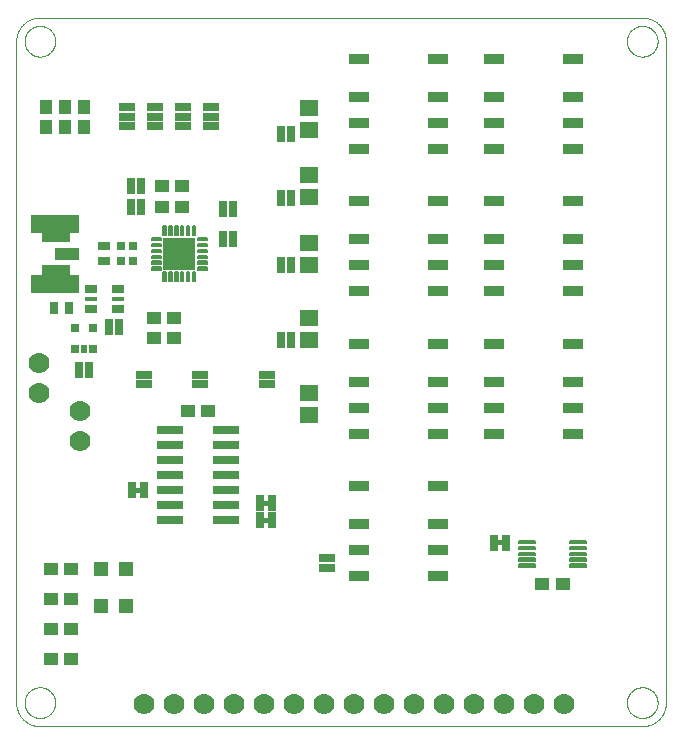
<source format=gts>
G75*
%MOIN*%
%OFA0B0*%
%FSLAX25Y25*%
%IPPOS*%
%LPD*%
%AMOC8*
5,1,8,0,0,1.08239X$1,22.5*
%
%ADD10C,0.00001*%
%ADD11R,0.04731X0.04337*%
%ADD12R,0.03943X0.03156*%
%ADD13C,0.00655*%
%ADD14R,0.10636X0.10636*%
%ADD15R,0.05400X0.02900*%
%ADD16R,0.02900X0.05400*%
%ADD17R,0.02762X0.02762*%
%ADD18R,0.16400X0.06400*%
%ADD19R,0.08400X0.04400*%
%ADD20R,0.09200X0.03600*%
%ADD21R,0.07100X0.03400*%
%ADD22R,0.06306X0.05518*%
%ADD23C,0.00676*%
%ADD24R,0.09000X0.02600*%
%ADD25C,0.00500*%
%ADD26R,0.04337X0.04731*%
%ADD27C,0.07000*%
%ADD28R,0.05124X0.05124*%
%ADD29R,0.04337X0.01581*%
%ADD30R,0.04337X0.02762*%
%ADD31R,0.01975X0.02762*%
%ADD32R,0.03156X0.03943*%
D10*
X0105675Y0063549D02*
X0105675Y0284021D01*
X0108431Y0284021D02*
X0108433Y0284164D01*
X0108439Y0284307D01*
X0108449Y0284449D01*
X0108463Y0284591D01*
X0108481Y0284733D01*
X0108503Y0284875D01*
X0108528Y0285015D01*
X0108558Y0285155D01*
X0108592Y0285294D01*
X0108629Y0285432D01*
X0108671Y0285569D01*
X0108716Y0285704D01*
X0108765Y0285838D01*
X0108817Y0285971D01*
X0108873Y0286103D01*
X0108933Y0286232D01*
X0108997Y0286360D01*
X0109064Y0286487D01*
X0109135Y0286611D01*
X0109209Y0286733D01*
X0109286Y0286853D01*
X0109367Y0286971D01*
X0109451Y0287087D01*
X0109538Y0287200D01*
X0109628Y0287311D01*
X0109722Y0287419D01*
X0109818Y0287525D01*
X0109917Y0287627D01*
X0110020Y0287727D01*
X0110124Y0287824D01*
X0110232Y0287919D01*
X0110342Y0288010D01*
X0110455Y0288098D01*
X0110570Y0288182D01*
X0110687Y0288264D01*
X0110807Y0288342D01*
X0110928Y0288417D01*
X0111052Y0288489D01*
X0111178Y0288557D01*
X0111305Y0288621D01*
X0111435Y0288682D01*
X0111566Y0288739D01*
X0111698Y0288793D01*
X0111832Y0288842D01*
X0111967Y0288889D01*
X0112104Y0288931D01*
X0112242Y0288969D01*
X0112380Y0289004D01*
X0112520Y0289034D01*
X0112660Y0289061D01*
X0112801Y0289084D01*
X0112943Y0289103D01*
X0113085Y0289118D01*
X0113228Y0289129D01*
X0113370Y0289136D01*
X0113513Y0289139D01*
X0113656Y0289138D01*
X0113799Y0289133D01*
X0113942Y0289124D01*
X0114084Y0289111D01*
X0114226Y0289094D01*
X0114367Y0289073D01*
X0114508Y0289048D01*
X0114648Y0289020D01*
X0114787Y0288987D01*
X0114925Y0288950D01*
X0115062Y0288910D01*
X0115198Y0288866D01*
X0115333Y0288818D01*
X0115466Y0288766D01*
X0115598Y0288711D01*
X0115728Y0288652D01*
X0115857Y0288589D01*
X0115983Y0288523D01*
X0116108Y0288453D01*
X0116231Y0288380D01*
X0116351Y0288304D01*
X0116470Y0288224D01*
X0116586Y0288140D01*
X0116700Y0288054D01*
X0116811Y0287964D01*
X0116920Y0287872D01*
X0117026Y0287776D01*
X0117130Y0287678D01*
X0117231Y0287576D01*
X0117328Y0287472D01*
X0117423Y0287365D01*
X0117515Y0287256D01*
X0117604Y0287144D01*
X0117690Y0287029D01*
X0117772Y0286913D01*
X0117851Y0286793D01*
X0117927Y0286672D01*
X0117999Y0286549D01*
X0118068Y0286424D01*
X0118133Y0286297D01*
X0118195Y0286168D01*
X0118253Y0286037D01*
X0118308Y0285905D01*
X0118358Y0285771D01*
X0118405Y0285636D01*
X0118449Y0285500D01*
X0118488Y0285363D01*
X0118523Y0285224D01*
X0118555Y0285085D01*
X0118583Y0284945D01*
X0118607Y0284804D01*
X0118627Y0284662D01*
X0118643Y0284520D01*
X0118655Y0284378D01*
X0118663Y0284235D01*
X0118667Y0284092D01*
X0118667Y0283950D01*
X0118663Y0283807D01*
X0118655Y0283664D01*
X0118643Y0283522D01*
X0118627Y0283380D01*
X0118607Y0283238D01*
X0118583Y0283097D01*
X0118555Y0282957D01*
X0118523Y0282818D01*
X0118488Y0282679D01*
X0118449Y0282542D01*
X0118405Y0282406D01*
X0118358Y0282271D01*
X0118308Y0282137D01*
X0118253Y0282005D01*
X0118195Y0281874D01*
X0118133Y0281745D01*
X0118068Y0281618D01*
X0117999Y0281493D01*
X0117927Y0281370D01*
X0117851Y0281249D01*
X0117772Y0281129D01*
X0117690Y0281013D01*
X0117604Y0280898D01*
X0117515Y0280786D01*
X0117423Y0280677D01*
X0117328Y0280570D01*
X0117231Y0280466D01*
X0117130Y0280364D01*
X0117026Y0280266D01*
X0116920Y0280170D01*
X0116811Y0280078D01*
X0116700Y0279988D01*
X0116586Y0279902D01*
X0116470Y0279818D01*
X0116351Y0279738D01*
X0116231Y0279662D01*
X0116108Y0279589D01*
X0115983Y0279519D01*
X0115857Y0279453D01*
X0115728Y0279390D01*
X0115598Y0279331D01*
X0115466Y0279276D01*
X0115333Y0279224D01*
X0115198Y0279176D01*
X0115062Y0279132D01*
X0114925Y0279092D01*
X0114787Y0279055D01*
X0114648Y0279022D01*
X0114508Y0278994D01*
X0114367Y0278969D01*
X0114226Y0278948D01*
X0114084Y0278931D01*
X0113942Y0278918D01*
X0113799Y0278909D01*
X0113656Y0278904D01*
X0113513Y0278903D01*
X0113370Y0278906D01*
X0113228Y0278913D01*
X0113085Y0278924D01*
X0112943Y0278939D01*
X0112801Y0278958D01*
X0112660Y0278981D01*
X0112520Y0279008D01*
X0112380Y0279038D01*
X0112242Y0279073D01*
X0112104Y0279111D01*
X0111967Y0279153D01*
X0111832Y0279200D01*
X0111698Y0279249D01*
X0111566Y0279303D01*
X0111435Y0279360D01*
X0111305Y0279421D01*
X0111178Y0279485D01*
X0111052Y0279553D01*
X0110928Y0279625D01*
X0110807Y0279700D01*
X0110687Y0279778D01*
X0110570Y0279860D01*
X0110455Y0279944D01*
X0110342Y0280032D01*
X0110232Y0280123D01*
X0110124Y0280218D01*
X0110020Y0280315D01*
X0109917Y0280415D01*
X0109818Y0280517D01*
X0109722Y0280623D01*
X0109628Y0280731D01*
X0109538Y0280842D01*
X0109451Y0280955D01*
X0109367Y0281071D01*
X0109286Y0281189D01*
X0109209Y0281309D01*
X0109135Y0281431D01*
X0109064Y0281555D01*
X0108997Y0281682D01*
X0108933Y0281810D01*
X0108873Y0281939D01*
X0108817Y0282071D01*
X0108765Y0282204D01*
X0108716Y0282338D01*
X0108671Y0282473D01*
X0108629Y0282610D01*
X0108592Y0282748D01*
X0108558Y0282887D01*
X0108528Y0283027D01*
X0108503Y0283167D01*
X0108481Y0283309D01*
X0108463Y0283451D01*
X0108449Y0283593D01*
X0108439Y0283735D01*
X0108433Y0283878D01*
X0108431Y0284021D01*
X0105675Y0284021D02*
X0105677Y0284211D01*
X0105684Y0284401D01*
X0105696Y0284591D01*
X0105712Y0284781D01*
X0105732Y0284970D01*
X0105758Y0285159D01*
X0105787Y0285347D01*
X0105822Y0285534D01*
X0105861Y0285720D01*
X0105904Y0285905D01*
X0105952Y0286090D01*
X0106004Y0286273D01*
X0106060Y0286454D01*
X0106121Y0286634D01*
X0106187Y0286813D01*
X0106256Y0286990D01*
X0106330Y0287166D01*
X0106408Y0287339D01*
X0106491Y0287511D01*
X0106577Y0287680D01*
X0106667Y0287848D01*
X0106762Y0288013D01*
X0106860Y0288176D01*
X0106963Y0288336D01*
X0107069Y0288494D01*
X0107179Y0288649D01*
X0107292Y0288802D01*
X0107410Y0288952D01*
X0107531Y0289098D01*
X0107655Y0289242D01*
X0107783Y0289383D01*
X0107914Y0289521D01*
X0108049Y0289656D01*
X0108187Y0289787D01*
X0108328Y0289915D01*
X0108472Y0290039D01*
X0108618Y0290160D01*
X0108768Y0290278D01*
X0108921Y0290391D01*
X0109076Y0290501D01*
X0109234Y0290607D01*
X0109394Y0290710D01*
X0109557Y0290808D01*
X0109722Y0290903D01*
X0109890Y0290993D01*
X0110059Y0291079D01*
X0110231Y0291162D01*
X0110404Y0291240D01*
X0110580Y0291314D01*
X0110757Y0291383D01*
X0110936Y0291449D01*
X0111116Y0291510D01*
X0111297Y0291566D01*
X0111480Y0291618D01*
X0111665Y0291666D01*
X0111850Y0291709D01*
X0112036Y0291748D01*
X0112223Y0291783D01*
X0112411Y0291812D01*
X0112600Y0291838D01*
X0112789Y0291858D01*
X0112979Y0291874D01*
X0113169Y0291886D01*
X0113359Y0291893D01*
X0113549Y0291895D01*
X0314336Y0291895D01*
X0309218Y0284021D02*
X0309220Y0284164D01*
X0309226Y0284307D01*
X0309236Y0284449D01*
X0309250Y0284591D01*
X0309268Y0284733D01*
X0309290Y0284875D01*
X0309315Y0285015D01*
X0309345Y0285155D01*
X0309379Y0285294D01*
X0309416Y0285432D01*
X0309458Y0285569D01*
X0309503Y0285704D01*
X0309552Y0285838D01*
X0309604Y0285971D01*
X0309660Y0286103D01*
X0309720Y0286232D01*
X0309784Y0286360D01*
X0309851Y0286487D01*
X0309922Y0286611D01*
X0309996Y0286733D01*
X0310073Y0286853D01*
X0310154Y0286971D01*
X0310238Y0287087D01*
X0310325Y0287200D01*
X0310415Y0287311D01*
X0310509Y0287419D01*
X0310605Y0287525D01*
X0310704Y0287627D01*
X0310807Y0287727D01*
X0310911Y0287824D01*
X0311019Y0287919D01*
X0311129Y0288010D01*
X0311242Y0288098D01*
X0311357Y0288182D01*
X0311474Y0288264D01*
X0311594Y0288342D01*
X0311715Y0288417D01*
X0311839Y0288489D01*
X0311965Y0288557D01*
X0312092Y0288621D01*
X0312222Y0288682D01*
X0312353Y0288739D01*
X0312485Y0288793D01*
X0312619Y0288842D01*
X0312754Y0288889D01*
X0312891Y0288931D01*
X0313029Y0288969D01*
X0313167Y0289004D01*
X0313307Y0289034D01*
X0313447Y0289061D01*
X0313588Y0289084D01*
X0313730Y0289103D01*
X0313872Y0289118D01*
X0314015Y0289129D01*
X0314157Y0289136D01*
X0314300Y0289139D01*
X0314443Y0289138D01*
X0314586Y0289133D01*
X0314729Y0289124D01*
X0314871Y0289111D01*
X0315013Y0289094D01*
X0315154Y0289073D01*
X0315295Y0289048D01*
X0315435Y0289020D01*
X0315574Y0288987D01*
X0315712Y0288950D01*
X0315849Y0288910D01*
X0315985Y0288866D01*
X0316120Y0288818D01*
X0316253Y0288766D01*
X0316385Y0288711D01*
X0316515Y0288652D01*
X0316644Y0288589D01*
X0316770Y0288523D01*
X0316895Y0288453D01*
X0317018Y0288380D01*
X0317138Y0288304D01*
X0317257Y0288224D01*
X0317373Y0288140D01*
X0317487Y0288054D01*
X0317598Y0287964D01*
X0317707Y0287872D01*
X0317813Y0287776D01*
X0317917Y0287678D01*
X0318018Y0287576D01*
X0318115Y0287472D01*
X0318210Y0287365D01*
X0318302Y0287256D01*
X0318391Y0287144D01*
X0318477Y0287029D01*
X0318559Y0286913D01*
X0318638Y0286793D01*
X0318714Y0286672D01*
X0318786Y0286549D01*
X0318855Y0286424D01*
X0318920Y0286297D01*
X0318982Y0286168D01*
X0319040Y0286037D01*
X0319095Y0285905D01*
X0319145Y0285771D01*
X0319192Y0285636D01*
X0319236Y0285500D01*
X0319275Y0285363D01*
X0319310Y0285224D01*
X0319342Y0285085D01*
X0319370Y0284945D01*
X0319394Y0284804D01*
X0319414Y0284662D01*
X0319430Y0284520D01*
X0319442Y0284378D01*
X0319450Y0284235D01*
X0319454Y0284092D01*
X0319454Y0283950D01*
X0319450Y0283807D01*
X0319442Y0283664D01*
X0319430Y0283522D01*
X0319414Y0283380D01*
X0319394Y0283238D01*
X0319370Y0283097D01*
X0319342Y0282957D01*
X0319310Y0282818D01*
X0319275Y0282679D01*
X0319236Y0282542D01*
X0319192Y0282406D01*
X0319145Y0282271D01*
X0319095Y0282137D01*
X0319040Y0282005D01*
X0318982Y0281874D01*
X0318920Y0281745D01*
X0318855Y0281618D01*
X0318786Y0281493D01*
X0318714Y0281370D01*
X0318638Y0281249D01*
X0318559Y0281129D01*
X0318477Y0281013D01*
X0318391Y0280898D01*
X0318302Y0280786D01*
X0318210Y0280677D01*
X0318115Y0280570D01*
X0318018Y0280466D01*
X0317917Y0280364D01*
X0317813Y0280266D01*
X0317707Y0280170D01*
X0317598Y0280078D01*
X0317487Y0279988D01*
X0317373Y0279902D01*
X0317257Y0279818D01*
X0317138Y0279738D01*
X0317018Y0279662D01*
X0316895Y0279589D01*
X0316770Y0279519D01*
X0316644Y0279453D01*
X0316515Y0279390D01*
X0316385Y0279331D01*
X0316253Y0279276D01*
X0316120Y0279224D01*
X0315985Y0279176D01*
X0315849Y0279132D01*
X0315712Y0279092D01*
X0315574Y0279055D01*
X0315435Y0279022D01*
X0315295Y0278994D01*
X0315154Y0278969D01*
X0315013Y0278948D01*
X0314871Y0278931D01*
X0314729Y0278918D01*
X0314586Y0278909D01*
X0314443Y0278904D01*
X0314300Y0278903D01*
X0314157Y0278906D01*
X0314015Y0278913D01*
X0313872Y0278924D01*
X0313730Y0278939D01*
X0313588Y0278958D01*
X0313447Y0278981D01*
X0313307Y0279008D01*
X0313167Y0279038D01*
X0313029Y0279073D01*
X0312891Y0279111D01*
X0312754Y0279153D01*
X0312619Y0279200D01*
X0312485Y0279249D01*
X0312353Y0279303D01*
X0312222Y0279360D01*
X0312092Y0279421D01*
X0311965Y0279485D01*
X0311839Y0279553D01*
X0311715Y0279625D01*
X0311594Y0279700D01*
X0311474Y0279778D01*
X0311357Y0279860D01*
X0311242Y0279944D01*
X0311129Y0280032D01*
X0311019Y0280123D01*
X0310911Y0280218D01*
X0310807Y0280315D01*
X0310704Y0280415D01*
X0310605Y0280517D01*
X0310509Y0280623D01*
X0310415Y0280731D01*
X0310325Y0280842D01*
X0310238Y0280955D01*
X0310154Y0281071D01*
X0310073Y0281189D01*
X0309996Y0281309D01*
X0309922Y0281431D01*
X0309851Y0281555D01*
X0309784Y0281682D01*
X0309720Y0281810D01*
X0309660Y0281939D01*
X0309604Y0282071D01*
X0309552Y0282204D01*
X0309503Y0282338D01*
X0309458Y0282473D01*
X0309416Y0282610D01*
X0309379Y0282748D01*
X0309345Y0282887D01*
X0309315Y0283027D01*
X0309290Y0283167D01*
X0309268Y0283309D01*
X0309250Y0283451D01*
X0309236Y0283593D01*
X0309226Y0283735D01*
X0309220Y0283878D01*
X0309218Y0284021D01*
X0314336Y0291895D02*
X0314526Y0291893D01*
X0314716Y0291886D01*
X0314906Y0291874D01*
X0315096Y0291858D01*
X0315285Y0291838D01*
X0315474Y0291812D01*
X0315662Y0291783D01*
X0315849Y0291748D01*
X0316035Y0291709D01*
X0316220Y0291666D01*
X0316405Y0291618D01*
X0316588Y0291566D01*
X0316769Y0291510D01*
X0316949Y0291449D01*
X0317128Y0291383D01*
X0317305Y0291314D01*
X0317481Y0291240D01*
X0317654Y0291162D01*
X0317826Y0291079D01*
X0317995Y0290993D01*
X0318163Y0290903D01*
X0318328Y0290808D01*
X0318491Y0290710D01*
X0318651Y0290607D01*
X0318809Y0290501D01*
X0318964Y0290391D01*
X0319117Y0290278D01*
X0319267Y0290160D01*
X0319413Y0290039D01*
X0319557Y0289915D01*
X0319698Y0289787D01*
X0319836Y0289656D01*
X0319971Y0289521D01*
X0320102Y0289383D01*
X0320230Y0289242D01*
X0320354Y0289098D01*
X0320475Y0288952D01*
X0320593Y0288802D01*
X0320706Y0288649D01*
X0320816Y0288494D01*
X0320922Y0288336D01*
X0321025Y0288176D01*
X0321123Y0288013D01*
X0321218Y0287848D01*
X0321308Y0287680D01*
X0321394Y0287511D01*
X0321477Y0287339D01*
X0321555Y0287166D01*
X0321629Y0286990D01*
X0321698Y0286813D01*
X0321764Y0286634D01*
X0321825Y0286454D01*
X0321881Y0286273D01*
X0321933Y0286090D01*
X0321981Y0285905D01*
X0322024Y0285720D01*
X0322063Y0285534D01*
X0322098Y0285347D01*
X0322127Y0285159D01*
X0322153Y0284970D01*
X0322173Y0284781D01*
X0322189Y0284591D01*
X0322201Y0284401D01*
X0322208Y0284211D01*
X0322210Y0284021D01*
X0322210Y0063549D01*
X0309218Y0063549D02*
X0309220Y0063692D01*
X0309226Y0063835D01*
X0309236Y0063977D01*
X0309250Y0064119D01*
X0309268Y0064261D01*
X0309290Y0064403D01*
X0309315Y0064543D01*
X0309345Y0064683D01*
X0309379Y0064822D01*
X0309416Y0064960D01*
X0309458Y0065097D01*
X0309503Y0065232D01*
X0309552Y0065366D01*
X0309604Y0065499D01*
X0309660Y0065631D01*
X0309720Y0065760D01*
X0309784Y0065888D01*
X0309851Y0066015D01*
X0309922Y0066139D01*
X0309996Y0066261D01*
X0310073Y0066381D01*
X0310154Y0066499D01*
X0310238Y0066615D01*
X0310325Y0066728D01*
X0310415Y0066839D01*
X0310509Y0066947D01*
X0310605Y0067053D01*
X0310704Y0067155D01*
X0310807Y0067255D01*
X0310911Y0067352D01*
X0311019Y0067447D01*
X0311129Y0067538D01*
X0311242Y0067626D01*
X0311357Y0067710D01*
X0311474Y0067792D01*
X0311594Y0067870D01*
X0311715Y0067945D01*
X0311839Y0068017D01*
X0311965Y0068085D01*
X0312092Y0068149D01*
X0312222Y0068210D01*
X0312353Y0068267D01*
X0312485Y0068321D01*
X0312619Y0068370D01*
X0312754Y0068417D01*
X0312891Y0068459D01*
X0313029Y0068497D01*
X0313167Y0068532D01*
X0313307Y0068562D01*
X0313447Y0068589D01*
X0313588Y0068612D01*
X0313730Y0068631D01*
X0313872Y0068646D01*
X0314015Y0068657D01*
X0314157Y0068664D01*
X0314300Y0068667D01*
X0314443Y0068666D01*
X0314586Y0068661D01*
X0314729Y0068652D01*
X0314871Y0068639D01*
X0315013Y0068622D01*
X0315154Y0068601D01*
X0315295Y0068576D01*
X0315435Y0068548D01*
X0315574Y0068515D01*
X0315712Y0068478D01*
X0315849Y0068438D01*
X0315985Y0068394D01*
X0316120Y0068346D01*
X0316253Y0068294D01*
X0316385Y0068239D01*
X0316515Y0068180D01*
X0316644Y0068117D01*
X0316770Y0068051D01*
X0316895Y0067981D01*
X0317018Y0067908D01*
X0317138Y0067832D01*
X0317257Y0067752D01*
X0317373Y0067668D01*
X0317487Y0067582D01*
X0317598Y0067492D01*
X0317707Y0067400D01*
X0317813Y0067304D01*
X0317917Y0067206D01*
X0318018Y0067104D01*
X0318115Y0067000D01*
X0318210Y0066893D01*
X0318302Y0066784D01*
X0318391Y0066672D01*
X0318477Y0066557D01*
X0318559Y0066441D01*
X0318638Y0066321D01*
X0318714Y0066200D01*
X0318786Y0066077D01*
X0318855Y0065952D01*
X0318920Y0065825D01*
X0318982Y0065696D01*
X0319040Y0065565D01*
X0319095Y0065433D01*
X0319145Y0065299D01*
X0319192Y0065164D01*
X0319236Y0065028D01*
X0319275Y0064891D01*
X0319310Y0064752D01*
X0319342Y0064613D01*
X0319370Y0064473D01*
X0319394Y0064332D01*
X0319414Y0064190D01*
X0319430Y0064048D01*
X0319442Y0063906D01*
X0319450Y0063763D01*
X0319454Y0063620D01*
X0319454Y0063478D01*
X0319450Y0063335D01*
X0319442Y0063192D01*
X0319430Y0063050D01*
X0319414Y0062908D01*
X0319394Y0062766D01*
X0319370Y0062625D01*
X0319342Y0062485D01*
X0319310Y0062346D01*
X0319275Y0062207D01*
X0319236Y0062070D01*
X0319192Y0061934D01*
X0319145Y0061799D01*
X0319095Y0061665D01*
X0319040Y0061533D01*
X0318982Y0061402D01*
X0318920Y0061273D01*
X0318855Y0061146D01*
X0318786Y0061021D01*
X0318714Y0060898D01*
X0318638Y0060777D01*
X0318559Y0060657D01*
X0318477Y0060541D01*
X0318391Y0060426D01*
X0318302Y0060314D01*
X0318210Y0060205D01*
X0318115Y0060098D01*
X0318018Y0059994D01*
X0317917Y0059892D01*
X0317813Y0059794D01*
X0317707Y0059698D01*
X0317598Y0059606D01*
X0317487Y0059516D01*
X0317373Y0059430D01*
X0317257Y0059346D01*
X0317138Y0059266D01*
X0317018Y0059190D01*
X0316895Y0059117D01*
X0316770Y0059047D01*
X0316644Y0058981D01*
X0316515Y0058918D01*
X0316385Y0058859D01*
X0316253Y0058804D01*
X0316120Y0058752D01*
X0315985Y0058704D01*
X0315849Y0058660D01*
X0315712Y0058620D01*
X0315574Y0058583D01*
X0315435Y0058550D01*
X0315295Y0058522D01*
X0315154Y0058497D01*
X0315013Y0058476D01*
X0314871Y0058459D01*
X0314729Y0058446D01*
X0314586Y0058437D01*
X0314443Y0058432D01*
X0314300Y0058431D01*
X0314157Y0058434D01*
X0314015Y0058441D01*
X0313872Y0058452D01*
X0313730Y0058467D01*
X0313588Y0058486D01*
X0313447Y0058509D01*
X0313307Y0058536D01*
X0313167Y0058566D01*
X0313029Y0058601D01*
X0312891Y0058639D01*
X0312754Y0058681D01*
X0312619Y0058728D01*
X0312485Y0058777D01*
X0312353Y0058831D01*
X0312222Y0058888D01*
X0312092Y0058949D01*
X0311965Y0059013D01*
X0311839Y0059081D01*
X0311715Y0059153D01*
X0311594Y0059228D01*
X0311474Y0059306D01*
X0311357Y0059388D01*
X0311242Y0059472D01*
X0311129Y0059560D01*
X0311019Y0059651D01*
X0310911Y0059746D01*
X0310807Y0059843D01*
X0310704Y0059943D01*
X0310605Y0060045D01*
X0310509Y0060151D01*
X0310415Y0060259D01*
X0310325Y0060370D01*
X0310238Y0060483D01*
X0310154Y0060599D01*
X0310073Y0060717D01*
X0309996Y0060837D01*
X0309922Y0060959D01*
X0309851Y0061083D01*
X0309784Y0061210D01*
X0309720Y0061338D01*
X0309660Y0061467D01*
X0309604Y0061599D01*
X0309552Y0061732D01*
X0309503Y0061866D01*
X0309458Y0062001D01*
X0309416Y0062138D01*
X0309379Y0062276D01*
X0309345Y0062415D01*
X0309315Y0062555D01*
X0309290Y0062695D01*
X0309268Y0062837D01*
X0309250Y0062979D01*
X0309236Y0063121D01*
X0309226Y0063263D01*
X0309220Y0063406D01*
X0309218Y0063549D01*
X0314336Y0055675D02*
X0314526Y0055677D01*
X0314716Y0055684D01*
X0314906Y0055696D01*
X0315096Y0055712D01*
X0315285Y0055732D01*
X0315474Y0055758D01*
X0315662Y0055787D01*
X0315849Y0055822D01*
X0316035Y0055861D01*
X0316220Y0055904D01*
X0316405Y0055952D01*
X0316588Y0056004D01*
X0316769Y0056060D01*
X0316949Y0056121D01*
X0317128Y0056187D01*
X0317305Y0056256D01*
X0317481Y0056330D01*
X0317654Y0056408D01*
X0317826Y0056491D01*
X0317995Y0056577D01*
X0318163Y0056667D01*
X0318328Y0056762D01*
X0318491Y0056860D01*
X0318651Y0056963D01*
X0318809Y0057069D01*
X0318964Y0057179D01*
X0319117Y0057292D01*
X0319267Y0057410D01*
X0319413Y0057531D01*
X0319557Y0057655D01*
X0319698Y0057783D01*
X0319836Y0057914D01*
X0319971Y0058049D01*
X0320102Y0058187D01*
X0320230Y0058328D01*
X0320354Y0058472D01*
X0320475Y0058618D01*
X0320593Y0058768D01*
X0320706Y0058921D01*
X0320816Y0059076D01*
X0320922Y0059234D01*
X0321025Y0059394D01*
X0321123Y0059557D01*
X0321218Y0059722D01*
X0321308Y0059890D01*
X0321394Y0060059D01*
X0321477Y0060231D01*
X0321555Y0060404D01*
X0321629Y0060580D01*
X0321698Y0060757D01*
X0321764Y0060936D01*
X0321825Y0061116D01*
X0321881Y0061297D01*
X0321933Y0061480D01*
X0321981Y0061665D01*
X0322024Y0061850D01*
X0322063Y0062036D01*
X0322098Y0062223D01*
X0322127Y0062411D01*
X0322153Y0062600D01*
X0322173Y0062789D01*
X0322189Y0062979D01*
X0322201Y0063169D01*
X0322208Y0063359D01*
X0322210Y0063549D01*
X0314336Y0055675D02*
X0113549Y0055675D01*
X0108431Y0063549D02*
X0108433Y0063692D01*
X0108439Y0063835D01*
X0108449Y0063977D01*
X0108463Y0064119D01*
X0108481Y0064261D01*
X0108503Y0064403D01*
X0108528Y0064543D01*
X0108558Y0064683D01*
X0108592Y0064822D01*
X0108629Y0064960D01*
X0108671Y0065097D01*
X0108716Y0065232D01*
X0108765Y0065366D01*
X0108817Y0065499D01*
X0108873Y0065631D01*
X0108933Y0065760D01*
X0108997Y0065888D01*
X0109064Y0066015D01*
X0109135Y0066139D01*
X0109209Y0066261D01*
X0109286Y0066381D01*
X0109367Y0066499D01*
X0109451Y0066615D01*
X0109538Y0066728D01*
X0109628Y0066839D01*
X0109722Y0066947D01*
X0109818Y0067053D01*
X0109917Y0067155D01*
X0110020Y0067255D01*
X0110124Y0067352D01*
X0110232Y0067447D01*
X0110342Y0067538D01*
X0110455Y0067626D01*
X0110570Y0067710D01*
X0110687Y0067792D01*
X0110807Y0067870D01*
X0110928Y0067945D01*
X0111052Y0068017D01*
X0111178Y0068085D01*
X0111305Y0068149D01*
X0111435Y0068210D01*
X0111566Y0068267D01*
X0111698Y0068321D01*
X0111832Y0068370D01*
X0111967Y0068417D01*
X0112104Y0068459D01*
X0112242Y0068497D01*
X0112380Y0068532D01*
X0112520Y0068562D01*
X0112660Y0068589D01*
X0112801Y0068612D01*
X0112943Y0068631D01*
X0113085Y0068646D01*
X0113228Y0068657D01*
X0113370Y0068664D01*
X0113513Y0068667D01*
X0113656Y0068666D01*
X0113799Y0068661D01*
X0113942Y0068652D01*
X0114084Y0068639D01*
X0114226Y0068622D01*
X0114367Y0068601D01*
X0114508Y0068576D01*
X0114648Y0068548D01*
X0114787Y0068515D01*
X0114925Y0068478D01*
X0115062Y0068438D01*
X0115198Y0068394D01*
X0115333Y0068346D01*
X0115466Y0068294D01*
X0115598Y0068239D01*
X0115728Y0068180D01*
X0115857Y0068117D01*
X0115983Y0068051D01*
X0116108Y0067981D01*
X0116231Y0067908D01*
X0116351Y0067832D01*
X0116470Y0067752D01*
X0116586Y0067668D01*
X0116700Y0067582D01*
X0116811Y0067492D01*
X0116920Y0067400D01*
X0117026Y0067304D01*
X0117130Y0067206D01*
X0117231Y0067104D01*
X0117328Y0067000D01*
X0117423Y0066893D01*
X0117515Y0066784D01*
X0117604Y0066672D01*
X0117690Y0066557D01*
X0117772Y0066441D01*
X0117851Y0066321D01*
X0117927Y0066200D01*
X0117999Y0066077D01*
X0118068Y0065952D01*
X0118133Y0065825D01*
X0118195Y0065696D01*
X0118253Y0065565D01*
X0118308Y0065433D01*
X0118358Y0065299D01*
X0118405Y0065164D01*
X0118449Y0065028D01*
X0118488Y0064891D01*
X0118523Y0064752D01*
X0118555Y0064613D01*
X0118583Y0064473D01*
X0118607Y0064332D01*
X0118627Y0064190D01*
X0118643Y0064048D01*
X0118655Y0063906D01*
X0118663Y0063763D01*
X0118667Y0063620D01*
X0118667Y0063478D01*
X0118663Y0063335D01*
X0118655Y0063192D01*
X0118643Y0063050D01*
X0118627Y0062908D01*
X0118607Y0062766D01*
X0118583Y0062625D01*
X0118555Y0062485D01*
X0118523Y0062346D01*
X0118488Y0062207D01*
X0118449Y0062070D01*
X0118405Y0061934D01*
X0118358Y0061799D01*
X0118308Y0061665D01*
X0118253Y0061533D01*
X0118195Y0061402D01*
X0118133Y0061273D01*
X0118068Y0061146D01*
X0117999Y0061021D01*
X0117927Y0060898D01*
X0117851Y0060777D01*
X0117772Y0060657D01*
X0117690Y0060541D01*
X0117604Y0060426D01*
X0117515Y0060314D01*
X0117423Y0060205D01*
X0117328Y0060098D01*
X0117231Y0059994D01*
X0117130Y0059892D01*
X0117026Y0059794D01*
X0116920Y0059698D01*
X0116811Y0059606D01*
X0116700Y0059516D01*
X0116586Y0059430D01*
X0116470Y0059346D01*
X0116351Y0059266D01*
X0116231Y0059190D01*
X0116108Y0059117D01*
X0115983Y0059047D01*
X0115857Y0058981D01*
X0115728Y0058918D01*
X0115598Y0058859D01*
X0115466Y0058804D01*
X0115333Y0058752D01*
X0115198Y0058704D01*
X0115062Y0058660D01*
X0114925Y0058620D01*
X0114787Y0058583D01*
X0114648Y0058550D01*
X0114508Y0058522D01*
X0114367Y0058497D01*
X0114226Y0058476D01*
X0114084Y0058459D01*
X0113942Y0058446D01*
X0113799Y0058437D01*
X0113656Y0058432D01*
X0113513Y0058431D01*
X0113370Y0058434D01*
X0113228Y0058441D01*
X0113085Y0058452D01*
X0112943Y0058467D01*
X0112801Y0058486D01*
X0112660Y0058509D01*
X0112520Y0058536D01*
X0112380Y0058566D01*
X0112242Y0058601D01*
X0112104Y0058639D01*
X0111967Y0058681D01*
X0111832Y0058728D01*
X0111698Y0058777D01*
X0111566Y0058831D01*
X0111435Y0058888D01*
X0111305Y0058949D01*
X0111178Y0059013D01*
X0111052Y0059081D01*
X0110928Y0059153D01*
X0110807Y0059228D01*
X0110687Y0059306D01*
X0110570Y0059388D01*
X0110455Y0059472D01*
X0110342Y0059560D01*
X0110232Y0059651D01*
X0110124Y0059746D01*
X0110020Y0059843D01*
X0109917Y0059943D01*
X0109818Y0060045D01*
X0109722Y0060151D01*
X0109628Y0060259D01*
X0109538Y0060370D01*
X0109451Y0060483D01*
X0109367Y0060599D01*
X0109286Y0060717D01*
X0109209Y0060837D01*
X0109135Y0060959D01*
X0109064Y0061083D01*
X0108997Y0061210D01*
X0108933Y0061338D01*
X0108873Y0061467D01*
X0108817Y0061599D01*
X0108765Y0061732D01*
X0108716Y0061866D01*
X0108671Y0062001D01*
X0108629Y0062138D01*
X0108592Y0062276D01*
X0108558Y0062415D01*
X0108528Y0062555D01*
X0108503Y0062695D01*
X0108481Y0062837D01*
X0108463Y0062979D01*
X0108449Y0063121D01*
X0108439Y0063263D01*
X0108433Y0063406D01*
X0108431Y0063549D01*
X0105675Y0063549D02*
X0105677Y0063359D01*
X0105684Y0063169D01*
X0105696Y0062979D01*
X0105712Y0062789D01*
X0105732Y0062600D01*
X0105758Y0062411D01*
X0105787Y0062223D01*
X0105822Y0062036D01*
X0105861Y0061850D01*
X0105904Y0061665D01*
X0105952Y0061480D01*
X0106004Y0061297D01*
X0106060Y0061116D01*
X0106121Y0060936D01*
X0106187Y0060757D01*
X0106256Y0060580D01*
X0106330Y0060404D01*
X0106408Y0060231D01*
X0106491Y0060059D01*
X0106577Y0059890D01*
X0106667Y0059722D01*
X0106762Y0059557D01*
X0106860Y0059394D01*
X0106963Y0059234D01*
X0107069Y0059076D01*
X0107179Y0058921D01*
X0107292Y0058768D01*
X0107410Y0058618D01*
X0107531Y0058472D01*
X0107655Y0058328D01*
X0107783Y0058187D01*
X0107914Y0058049D01*
X0108049Y0057914D01*
X0108187Y0057783D01*
X0108328Y0057655D01*
X0108472Y0057531D01*
X0108618Y0057410D01*
X0108768Y0057292D01*
X0108921Y0057179D01*
X0109076Y0057069D01*
X0109234Y0056963D01*
X0109394Y0056860D01*
X0109557Y0056762D01*
X0109722Y0056667D01*
X0109890Y0056577D01*
X0110059Y0056491D01*
X0110231Y0056408D01*
X0110404Y0056330D01*
X0110580Y0056256D01*
X0110757Y0056187D01*
X0110936Y0056121D01*
X0111116Y0056060D01*
X0111297Y0056004D01*
X0111480Y0055952D01*
X0111665Y0055904D01*
X0111850Y0055861D01*
X0112036Y0055822D01*
X0112223Y0055787D01*
X0112411Y0055758D01*
X0112600Y0055732D01*
X0112789Y0055712D01*
X0112979Y0055696D01*
X0113169Y0055684D01*
X0113359Y0055677D01*
X0113549Y0055675D01*
D11*
X0117329Y0078175D03*
X0124021Y0078175D03*
X0124021Y0088175D03*
X0117329Y0088175D03*
X0117329Y0098175D03*
X0124021Y0098175D03*
X0124021Y0108175D03*
X0117329Y0108175D03*
X0162954Y0160675D03*
X0169646Y0160675D03*
X0158396Y0185050D03*
X0151704Y0185050D03*
X0151704Y0191925D03*
X0158396Y0191925D03*
X0160896Y0228800D03*
X0154204Y0228800D03*
X0154204Y0235675D03*
X0160896Y0235675D03*
X0281079Y0103175D03*
X0287771Y0103175D03*
D12*
X0135050Y0210616D03*
X0135050Y0215734D03*
D13*
X0150906Y0216513D02*
X0153840Y0216513D01*
X0153840Y0215743D01*
X0150906Y0215743D01*
X0150906Y0216513D01*
X0150906Y0216365D02*
X0153840Y0216365D01*
X0153840Y0218481D02*
X0150906Y0218481D01*
X0153840Y0218481D02*
X0153840Y0217711D01*
X0150906Y0217711D01*
X0150906Y0218481D01*
X0150906Y0218333D02*
X0153840Y0218333D01*
X0154744Y0219385D02*
X0154744Y0222319D01*
X0155514Y0222319D01*
X0155514Y0219385D01*
X0154744Y0219385D01*
X0154744Y0220007D02*
X0155514Y0220007D01*
X0155514Y0220629D02*
X0154744Y0220629D01*
X0154744Y0221251D02*
X0155514Y0221251D01*
X0155514Y0221873D02*
X0154744Y0221873D01*
X0156712Y0222319D02*
X0156712Y0219385D01*
X0156712Y0222319D02*
X0157482Y0222319D01*
X0157482Y0219385D01*
X0156712Y0219385D01*
X0156712Y0220007D02*
X0157482Y0220007D01*
X0157482Y0220629D02*
X0156712Y0220629D01*
X0156712Y0221251D02*
X0157482Y0221251D01*
X0157482Y0221873D02*
X0156712Y0221873D01*
X0158681Y0222319D02*
X0158681Y0219385D01*
X0158681Y0222319D02*
X0159451Y0222319D01*
X0159451Y0219385D01*
X0158681Y0219385D01*
X0158681Y0220007D02*
X0159451Y0220007D01*
X0159451Y0220629D02*
X0158681Y0220629D01*
X0158681Y0221251D02*
X0159451Y0221251D01*
X0159451Y0221873D02*
X0158681Y0221873D01*
X0160649Y0222319D02*
X0160649Y0219385D01*
X0160649Y0222319D02*
X0161419Y0222319D01*
X0161419Y0219385D01*
X0160649Y0219385D01*
X0160649Y0220007D02*
X0161419Y0220007D01*
X0161419Y0220629D02*
X0160649Y0220629D01*
X0160649Y0221251D02*
X0161419Y0221251D01*
X0161419Y0221873D02*
X0160649Y0221873D01*
X0162618Y0222319D02*
X0162618Y0219385D01*
X0162618Y0222319D02*
X0163388Y0222319D01*
X0163388Y0219385D01*
X0162618Y0219385D01*
X0162618Y0220007D02*
X0163388Y0220007D01*
X0163388Y0220629D02*
X0162618Y0220629D01*
X0162618Y0221251D02*
X0163388Y0221251D01*
X0163388Y0221873D02*
X0162618Y0221873D01*
X0164586Y0222319D02*
X0164586Y0219385D01*
X0164586Y0222319D02*
X0165356Y0222319D01*
X0165356Y0219385D01*
X0164586Y0219385D01*
X0164586Y0220007D02*
X0165356Y0220007D01*
X0165356Y0220629D02*
X0164586Y0220629D01*
X0164586Y0221251D02*
X0165356Y0221251D01*
X0165356Y0221873D02*
X0164586Y0221873D01*
X0166260Y0218481D02*
X0169194Y0218481D01*
X0169194Y0217711D01*
X0166260Y0217711D01*
X0166260Y0218481D01*
X0166260Y0218333D02*
X0169194Y0218333D01*
X0169194Y0216513D02*
X0166260Y0216513D01*
X0169194Y0216513D02*
X0169194Y0215743D01*
X0166260Y0215743D01*
X0166260Y0216513D01*
X0166260Y0216365D02*
X0169194Y0216365D01*
X0169194Y0214544D02*
X0166260Y0214544D01*
X0169194Y0214544D02*
X0169194Y0213774D01*
X0166260Y0213774D01*
X0166260Y0214544D01*
X0166260Y0214396D02*
X0169194Y0214396D01*
X0169194Y0212576D02*
X0166260Y0212576D01*
X0169194Y0212576D02*
X0169194Y0211806D01*
X0166260Y0211806D01*
X0166260Y0212576D01*
X0166260Y0212428D02*
X0169194Y0212428D01*
X0169194Y0210607D02*
X0166260Y0210607D01*
X0169194Y0210607D02*
X0169194Y0209837D01*
X0166260Y0209837D01*
X0166260Y0210607D01*
X0166260Y0210459D02*
X0169194Y0210459D01*
X0169194Y0208639D02*
X0166260Y0208639D01*
X0169194Y0208639D02*
X0169194Y0207869D01*
X0166260Y0207869D01*
X0166260Y0208639D01*
X0166260Y0208491D02*
X0169194Y0208491D01*
X0164586Y0206965D02*
X0164586Y0204031D01*
X0164586Y0206965D02*
X0165356Y0206965D01*
X0165356Y0204031D01*
X0164586Y0204031D01*
X0164586Y0204653D02*
X0165356Y0204653D01*
X0165356Y0205275D02*
X0164586Y0205275D01*
X0164586Y0205897D02*
X0165356Y0205897D01*
X0165356Y0206519D02*
X0164586Y0206519D01*
X0162618Y0206965D02*
X0162618Y0204031D01*
X0162618Y0206965D02*
X0163388Y0206965D01*
X0163388Y0204031D01*
X0162618Y0204031D01*
X0162618Y0204653D02*
X0163388Y0204653D01*
X0163388Y0205275D02*
X0162618Y0205275D01*
X0162618Y0205897D02*
X0163388Y0205897D01*
X0163388Y0206519D02*
X0162618Y0206519D01*
X0160649Y0206965D02*
X0160649Y0204031D01*
X0160649Y0206965D02*
X0161419Y0206965D01*
X0161419Y0204031D01*
X0160649Y0204031D01*
X0160649Y0204653D02*
X0161419Y0204653D01*
X0161419Y0205275D02*
X0160649Y0205275D01*
X0160649Y0205897D02*
X0161419Y0205897D01*
X0161419Y0206519D02*
X0160649Y0206519D01*
X0158681Y0206965D02*
X0158681Y0204031D01*
X0158681Y0206965D02*
X0159451Y0206965D01*
X0159451Y0204031D01*
X0158681Y0204031D01*
X0158681Y0204653D02*
X0159451Y0204653D01*
X0159451Y0205275D02*
X0158681Y0205275D01*
X0158681Y0205897D02*
X0159451Y0205897D01*
X0159451Y0206519D02*
X0158681Y0206519D01*
X0156712Y0206965D02*
X0156712Y0204031D01*
X0156712Y0206965D02*
X0157482Y0206965D01*
X0157482Y0204031D01*
X0156712Y0204031D01*
X0156712Y0204653D02*
X0157482Y0204653D01*
X0157482Y0205275D02*
X0156712Y0205275D01*
X0156712Y0205897D02*
X0157482Y0205897D01*
X0157482Y0206519D02*
X0156712Y0206519D01*
X0154744Y0206965D02*
X0154744Y0204031D01*
X0154744Y0206965D02*
X0155514Y0206965D01*
X0155514Y0204031D01*
X0154744Y0204031D01*
X0154744Y0204653D02*
X0155514Y0204653D01*
X0155514Y0205275D02*
X0154744Y0205275D01*
X0154744Y0205897D02*
X0155514Y0205897D01*
X0155514Y0206519D02*
X0154744Y0206519D01*
X0153840Y0208639D02*
X0150906Y0208639D01*
X0153840Y0208639D02*
X0153840Y0207869D01*
X0150906Y0207869D01*
X0150906Y0208639D01*
X0150906Y0208491D02*
X0153840Y0208491D01*
X0153840Y0210607D02*
X0150906Y0210607D01*
X0153840Y0210607D02*
X0153840Y0209837D01*
X0150906Y0209837D01*
X0150906Y0210607D01*
X0150906Y0210459D02*
X0153840Y0210459D01*
X0153840Y0212576D02*
X0150906Y0212576D01*
X0153840Y0212576D02*
X0153840Y0211806D01*
X0150906Y0211806D01*
X0150906Y0212576D01*
X0150906Y0212428D02*
X0153840Y0212428D01*
X0153840Y0214544D02*
X0150906Y0214544D01*
X0153840Y0214544D02*
X0153840Y0213774D01*
X0150906Y0213774D01*
X0150906Y0214544D01*
X0150906Y0214396D02*
X0153840Y0214396D01*
D14*
X0160050Y0213175D03*
D15*
X0166925Y0172900D03*
X0166925Y0169700D03*
X0148175Y0169700D03*
X0148175Y0172900D03*
X0189425Y0172900D03*
X0189425Y0169700D03*
X0209425Y0111650D03*
X0209425Y0108450D03*
X0170675Y0255600D03*
X0170675Y0258800D03*
X0170675Y0262000D03*
X0161300Y0262000D03*
X0161300Y0258800D03*
X0161300Y0255600D03*
X0151925Y0255600D03*
X0151925Y0258800D03*
X0151925Y0262000D03*
X0142550Y0262000D03*
X0142550Y0258800D03*
X0142550Y0255600D03*
D16*
X0144075Y0235675D03*
X0147275Y0235675D03*
X0147275Y0228800D03*
X0144075Y0228800D03*
X0174700Y0228175D03*
X0177900Y0228175D03*
X0177900Y0218175D03*
X0174700Y0218175D03*
X0194075Y0209425D03*
X0197275Y0209425D03*
X0197275Y0231925D03*
X0194075Y0231925D03*
X0194075Y0253175D03*
X0197275Y0253175D03*
X0139775Y0188800D03*
X0136575Y0188800D03*
X0129775Y0174425D03*
X0126575Y0174425D03*
X0144300Y0134425D03*
X0148300Y0134425D03*
X0186800Y0130050D03*
X0190800Y0130050D03*
X0190800Y0124425D03*
X0186800Y0124425D03*
X0194075Y0184425D03*
X0197275Y0184425D03*
X0264925Y0116925D03*
X0268925Y0116925D03*
D17*
X0144550Y0210675D03*
X0140550Y0210675D03*
X0140550Y0215675D03*
X0144550Y0215675D03*
X0131128Y0188593D03*
X0125222Y0188593D03*
X0125222Y0181507D03*
X0131128Y0181507D03*
D18*
X0118675Y0203175D03*
X0118675Y0223175D03*
D19*
X0122675Y0213175D03*
D20*
X0118775Y0207681D03*
X0118775Y0218669D03*
D21*
X0219975Y0218075D03*
X0219975Y0209414D03*
X0219975Y0200752D03*
X0219975Y0183175D03*
X0219975Y0170575D03*
X0219975Y0161914D03*
X0219975Y0153252D03*
X0219975Y0135675D03*
X0219975Y0123075D03*
X0219975Y0114414D03*
X0219975Y0105752D03*
X0246375Y0105752D03*
X0246375Y0114414D03*
X0246375Y0123075D03*
X0246375Y0135675D03*
X0246375Y0153252D03*
X0246375Y0161914D03*
X0246375Y0170575D03*
X0246375Y0183175D03*
X0246375Y0200752D03*
X0246375Y0209414D03*
X0246375Y0218075D03*
X0246375Y0230675D03*
X0246375Y0248252D03*
X0246375Y0256914D03*
X0246375Y0265575D03*
X0246375Y0278175D03*
X0264975Y0278175D03*
X0264975Y0265575D03*
X0264975Y0256914D03*
X0264975Y0248252D03*
X0264975Y0230675D03*
X0264975Y0218075D03*
X0264975Y0209414D03*
X0264975Y0200752D03*
X0264975Y0183175D03*
X0264975Y0170575D03*
X0264975Y0161914D03*
X0264975Y0153252D03*
X0291375Y0153252D03*
X0291375Y0161914D03*
X0291375Y0170575D03*
X0291375Y0183175D03*
X0291375Y0200752D03*
X0291375Y0209414D03*
X0291375Y0218075D03*
X0291375Y0230675D03*
X0291375Y0248252D03*
X0291375Y0256914D03*
X0291375Y0265575D03*
X0291375Y0278175D03*
X0219975Y0278175D03*
X0219975Y0265575D03*
X0219975Y0256914D03*
X0219975Y0248252D03*
X0219975Y0230675D03*
D22*
X0203175Y0231935D03*
X0203175Y0239415D03*
X0203175Y0254435D03*
X0203175Y0261915D03*
X0203175Y0216915D03*
X0203175Y0209435D03*
X0203175Y0191915D03*
X0203175Y0184435D03*
X0203175Y0166915D03*
X0203175Y0159435D03*
D23*
X0273205Y0116699D02*
X0278715Y0116699D01*
X0273205Y0116699D02*
X0273205Y0117525D01*
X0278715Y0117525D01*
X0278715Y0116699D01*
X0278715Y0117341D02*
X0273205Y0117341D01*
X0273205Y0114731D02*
X0278715Y0114731D01*
X0273205Y0114731D02*
X0273205Y0115557D01*
X0278715Y0115557D01*
X0278715Y0114731D01*
X0278715Y0115373D02*
X0273205Y0115373D01*
X0273205Y0112762D02*
X0278715Y0112762D01*
X0273205Y0112762D02*
X0273205Y0113588D01*
X0278715Y0113588D01*
X0278715Y0112762D01*
X0278715Y0113404D02*
X0273205Y0113404D01*
X0273205Y0110793D02*
X0278715Y0110793D01*
X0273205Y0110793D02*
X0273205Y0111619D01*
X0278715Y0111619D01*
X0278715Y0110793D01*
X0278715Y0111435D02*
X0273205Y0111435D01*
X0273205Y0108825D02*
X0278715Y0108825D01*
X0273205Y0108825D02*
X0273205Y0109651D01*
X0278715Y0109651D01*
X0278715Y0108825D01*
X0278715Y0109467D02*
X0273205Y0109467D01*
X0290135Y0108825D02*
X0295645Y0108825D01*
X0290135Y0108825D02*
X0290135Y0109651D01*
X0295645Y0109651D01*
X0295645Y0108825D01*
X0295645Y0109467D02*
X0290135Y0109467D01*
X0290135Y0110793D02*
X0295645Y0110793D01*
X0290135Y0110793D02*
X0290135Y0111619D01*
X0295645Y0111619D01*
X0295645Y0110793D01*
X0295645Y0111435D02*
X0290135Y0111435D01*
X0290135Y0112762D02*
X0295645Y0112762D01*
X0290135Y0112762D02*
X0290135Y0113588D01*
X0295645Y0113588D01*
X0295645Y0112762D01*
X0295645Y0113404D02*
X0290135Y0113404D01*
X0290135Y0114731D02*
X0295645Y0114731D01*
X0290135Y0114731D02*
X0290135Y0115557D01*
X0295645Y0115557D01*
X0295645Y0114731D01*
X0295645Y0115373D02*
X0290135Y0115373D01*
X0290135Y0116699D02*
X0295645Y0116699D01*
X0290135Y0116699D02*
X0290135Y0117525D01*
X0295645Y0117525D01*
X0295645Y0116699D01*
X0295645Y0117341D02*
X0290135Y0117341D01*
D24*
X0175492Y0124302D03*
X0175492Y0129302D03*
X0175492Y0134302D03*
X0175492Y0139302D03*
X0175492Y0144302D03*
X0175492Y0149302D03*
X0175492Y0154302D03*
X0156892Y0154302D03*
X0156892Y0149302D03*
X0156892Y0144302D03*
X0156892Y0139302D03*
X0156892Y0134302D03*
X0156892Y0129302D03*
X0156892Y0124302D03*
D25*
X0147050Y0133925D02*
X0147050Y0134925D01*
X0145550Y0134925D01*
X0145550Y0133925D01*
X0147050Y0133925D01*
X0147050Y0133941D02*
X0145550Y0133941D01*
X0145550Y0134440D02*
X0147050Y0134440D01*
X0188050Y0130550D02*
X0189550Y0130550D01*
X0189550Y0129550D01*
X0188050Y0129550D01*
X0188050Y0130550D01*
X0188050Y0130452D02*
X0189550Y0130452D01*
X0189550Y0129953D02*
X0188050Y0129953D01*
X0188050Y0124925D02*
X0189550Y0124925D01*
X0189550Y0123925D01*
X0188050Y0123925D01*
X0188050Y0124925D01*
X0188050Y0124470D02*
X0189550Y0124470D01*
X0189550Y0123971D02*
X0188050Y0123971D01*
X0266175Y0117425D02*
X0267675Y0117425D01*
X0267675Y0116425D01*
X0266175Y0116425D01*
X0266175Y0117425D01*
X0266175Y0116992D02*
X0267675Y0116992D01*
X0267675Y0116493D02*
X0266175Y0116493D01*
D26*
X0128175Y0255454D03*
X0121925Y0255454D03*
X0115675Y0255454D03*
X0115675Y0262146D03*
X0121925Y0262146D03*
X0128175Y0262146D03*
D27*
X0113175Y0176925D03*
X0113175Y0166925D03*
X0126925Y0160675D03*
X0126925Y0150675D03*
X0148175Y0063175D03*
X0158175Y0063175D03*
X0168175Y0063175D03*
X0178175Y0063175D03*
X0188175Y0063175D03*
X0198175Y0063175D03*
X0208175Y0063175D03*
X0218175Y0063175D03*
X0228175Y0063175D03*
X0238175Y0063175D03*
X0248175Y0063175D03*
X0258175Y0063175D03*
X0268175Y0063175D03*
X0278175Y0063175D03*
X0288175Y0063175D03*
D28*
X0142309Y0095675D03*
X0134041Y0095675D03*
X0134041Y0108175D03*
X0142309Y0108175D03*
D29*
X0139479Y0198175D03*
X0130621Y0198175D03*
D30*
X0130621Y0194829D03*
X0130621Y0201521D03*
X0139479Y0201521D03*
X0139479Y0194829D03*
D31*
X0128175Y0181507D03*
D32*
X0123234Y0195050D03*
X0118116Y0195050D03*
M02*

</source>
